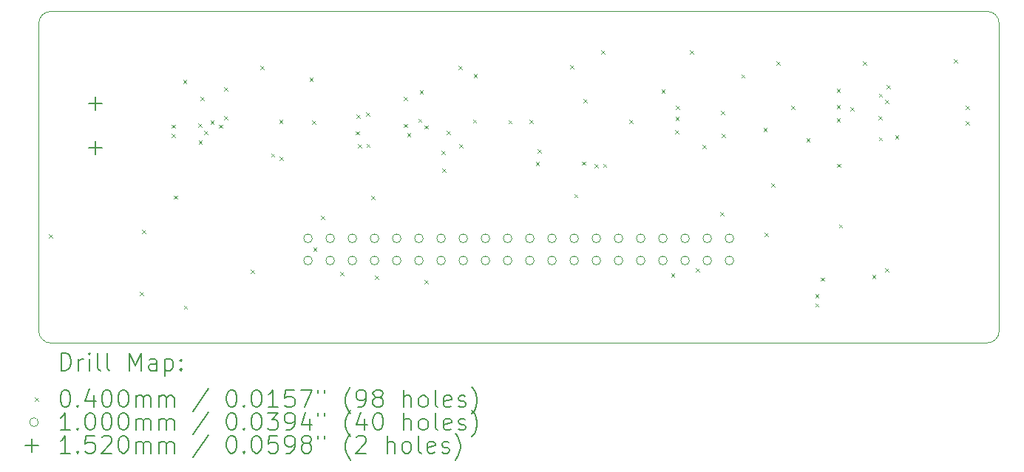
<source format=gbr>
%TF.GenerationSoftware,KiCad,Pcbnew,7.0.10*%
%TF.CreationDate,2024-01-06T13:18:43+01:00*%
%TF.ProjectId,p2000t-ram-expansion-board-smd,70323030-3074-42d7-9261-6d2d65787061,rev?*%
%TF.SameCoordinates,Original*%
%TF.FileFunction,Drillmap*%
%TF.FilePolarity,Positive*%
%FSLAX45Y45*%
G04 Gerber Fmt 4.5, Leading zero omitted, Abs format (unit mm)*
G04 Created by KiCad (PCBNEW 7.0.10) date 2024-01-06 13:18:43*
%MOMM*%
%LPD*%
G01*
G04 APERTURE LIST*
%ADD10C,0.100000*%
%ADD11C,0.200000*%
%ADD12C,0.152000*%
G04 APERTURE END LIST*
D10*
X2133600Y-5196840D02*
G75*
G03*
X1996440Y-5334000I0J-137160D01*
G01*
X2133600Y-8996680D02*
X12857480Y-8996680D01*
X12994640Y-5334000D02*
G75*
G03*
X12857480Y-5196840I-137160J0D01*
G01*
X12994640Y-8859520D02*
X12994640Y-5334000D01*
X12857480Y-8996680D02*
G75*
G03*
X12994640Y-8859520I0J137160D01*
G01*
X1996440Y-8859520D02*
X1996440Y-5334000D01*
X1996440Y-8859520D02*
G75*
G03*
X2133600Y-8996680I137160J0D01*
G01*
X12857480Y-5196840D02*
X2133600Y-5196840D01*
D11*
D10*
X2113600Y-7752400D02*
X2153600Y-7792400D01*
X2153600Y-7752400D02*
X2113600Y-7792400D01*
X3155000Y-8413690D02*
X3195000Y-8453690D01*
X3195000Y-8413690D02*
X3155000Y-8453690D01*
X3180400Y-7701600D02*
X3220400Y-7741600D01*
X3220400Y-7701600D02*
X3180400Y-7741600D01*
X3515970Y-6493760D02*
X3555970Y-6533760D01*
X3555970Y-6493760D02*
X3515970Y-6533760D01*
X3517470Y-6600640D02*
X3557470Y-6640640D01*
X3557470Y-6600640D02*
X3517470Y-6640640D01*
X3546100Y-7306370D02*
X3586100Y-7346370D01*
X3586100Y-7306370D02*
X3546100Y-7346370D01*
X3648360Y-5979150D02*
X3688360Y-6019150D01*
X3688360Y-5979150D02*
X3648360Y-6019150D01*
X3656590Y-8568410D02*
X3696590Y-8608410D01*
X3696590Y-8568410D02*
X3656590Y-8608410D01*
X3825570Y-6480500D02*
X3865570Y-6520500D01*
X3865570Y-6480500D02*
X3825570Y-6520500D01*
X3826120Y-6677000D02*
X3866120Y-6717000D01*
X3866120Y-6677000D02*
X3826120Y-6717000D01*
X3849630Y-6175550D02*
X3889630Y-6215550D01*
X3889630Y-6175550D02*
X3849630Y-6215550D01*
X3889870Y-6567000D02*
X3929870Y-6607000D01*
X3929870Y-6567000D02*
X3889870Y-6607000D01*
X3962770Y-6445910D02*
X4002770Y-6485910D01*
X4002770Y-6445910D02*
X3962770Y-6485910D01*
X4058720Y-6493880D02*
X4098720Y-6533880D01*
X4098720Y-6493880D02*
X4058720Y-6533880D01*
X4117810Y-6397460D02*
X4157810Y-6437460D01*
X4157810Y-6397460D02*
X4117810Y-6437460D01*
X4120150Y-6067730D02*
X4160150Y-6107730D01*
X4160150Y-6067730D02*
X4120150Y-6107730D01*
X4425430Y-8156420D02*
X4465430Y-8196420D01*
X4465430Y-8156420D02*
X4425430Y-8196420D01*
X4534480Y-5822000D02*
X4574480Y-5862000D01*
X4574480Y-5822000D02*
X4534480Y-5862000D01*
X4655770Y-6824460D02*
X4695770Y-6864460D01*
X4695770Y-6824460D02*
X4655770Y-6864460D01*
X4750330Y-6439170D02*
X4790330Y-6479170D01*
X4790330Y-6439170D02*
X4750330Y-6479170D01*
X4756600Y-6860120D02*
X4796600Y-6900120D01*
X4796600Y-6860120D02*
X4756600Y-6900120D01*
X5097400Y-5954600D02*
X5137400Y-5994600D01*
X5137400Y-5954600D02*
X5097400Y-5994600D01*
X5124130Y-6444630D02*
X5164130Y-6484630D01*
X5164130Y-6444630D02*
X5124130Y-6484630D01*
X5139300Y-7904800D02*
X5179300Y-7944800D01*
X5179300Y-7904800D02*
X5139300Y-7944800D01*
X5226730Y-7538890D02*
X5266730Y-7578890D01*
X5266730Y-7538890D02*
X5226730Y-7578890D01*
X5447990Y-8182570D02*
X5487990Y-8222570D01*
X5487990Y-8182570D02*
X5447990Y-8222570D01*
X5623870Y-6570980D02*
X5663870Y-6610980D01*
X5663870Y-6570980D02*
X5623870Y-6610980D01*
X5635280Y-6380880D02*
X5675280Y-6420880D01*
X5675280Y-6380880D02*
X5635280Y-6420880D01*
X5649420Y-6716050D02*
X5689420Y-6756050D01*
X5689420Y-6716050D02*
X5649420Y-6756050D01*
X5742680Y-6357240D02*
X5782680Y-6397240D01*
X5782680Y-6357240D02*
X5742680Y-6397240D01*
X5749460Y-6713510D02*
X5789460Y-6753510D01*
X5789460Y-6713510D02*
X5749460Y-6753510D01*
X5801090Y-7312470D02*
X5841090Y-7352470D01*
X5841090Y-7312470D02*
X5801090Y-7352470D01*
X5845820Y-8224020D02*
X5885820Y-8264020D01*
X5885820Y-8224020D02*
X5845820Y-8264020D01*
X6174540Y-6485130D02*
X6214540Y-6525130D01*
X6214540Y-6485130D02*
X6174540Y-6525130D01*
X6176780Y-6175890D02*
X6216780Y-6215890D01*
X6216780Y-6175890D02*
X6176780Y-6215890D01*
X6214770Y-6592020D02*
X6254770Y-6632020D01*
X6254770Y-6592020D02*
X6214770Y-6632020D01*
X6341440Y-6426820D02*
X6381440Y-6466820D01*
X6381440Y-6426820D02*
X6341440Y-6466820D01*
X6357930Y-6102310D02*
X6397930Y-6142310D01*
X6397930Y-6102310D02*
X6357930Y-6142310D01*
X6414560Y-8274730D02*
X6454560Y-8314730D01*
X6454560Y-8274730D02*
X6414560Y-8314730D01*
X6415490Y-6502220D02*
X6455490Y-6542220D01*
X6455490Y-6502220D02*
X6415490Y-6542220D01*
X6609010Y-6793710D02*
X6649010Y-6833710D01*
X6649010Y-6793710D02*
X6609010Y-6833710D01*
X6616630Y-6998060D02*
X6656630Y-7038060D01*
X6656630Y-6998060D02*
X6616630Y-7038060D01*
X6668400Y-6563990D02*
X6708400Y-6603990D01*
X6708400Y-6563990D02*
X6668400Y-6603990D01*
X6803200Y-5822000D02*
X6843200Y-5862000D01*
X6843200Y-5822000D02*
X6803200Y-5862000D01*
X6812420Y-6715970D02*
X6852420Y-6755970D01*
X6852420Y-6715970D02*
X6812420Y-6755970D01*
X6967710Y-6434900D02*
X7007710Y-6474900D01*
X7007710Y-6434900D02*
X6967710Y-6474900D01*
X6976390Y-5913210D02*
X7016390Y-5953210D01*
X7016390Y-5913210D02*
X6976390Y-5953210D01*
X7374860Y-6443580D02*
X7414860Y-6483580D01*
X7414860Y-6443580D02*
X7374860Y-6483580D01*
X7614110Y-6440980D02*
X7654110Y-6480980D01*
X7654110Y-6440980D02*
X7614110Y-6480980D01*
X7686740Y-6922410D02*
X7726740Y-6962410D01*
X7726740Y-6922410D02*
X7686740Y-6962410D01*
X7710130Y-6777340D02*
X7750130Y-6817340D01*
X7750130Y-6777340D02*
X7710130Y-6817340D01*
X8081380Y-5811020D02*
X8121380Y-5851020D01*
X8121380Y-5811020D02*
X8081380Y-5851020D01*
X8128590Y-7289140D02*
X8168590Y-7329140D01*
X8168590Y-7289140D02*
X8128590Y-7329140D01*
X8214260Y-6916650D02*
X8254260Y-6956650D01*
X8254260Y-6916650D02*
X8214260Y-6956650D01*
X8231690Y-6199570D02*
X8271690Y-6239570D01*
X8271690Y-6199570D02*
X8231690Y-6239570D01*
X8359330Y-6948360D02*
X8399330Y-6988360D01*
X8399330Y-6948360D02*
X8359330Y-6988360D01*
X8438200Y-5644200D02*
X8478200Y-5684200D01*
X8478200Y-5644200D02*
X8438200Y-5684200D01*
X8459370Y-6942420D02*
X8499370Y-6982420D01*
X8499370Y-6942420D02*
X8459370Y-6982420D01*
X8759010Y-6438010D02*
X8799010Y-6478010D01*
X8799010Y-6438010D02*
X8759010Y-6478010D01*
X9127560Y-6091410D02*
X9167560Y-6131410D01*
X9167560Y-6091410D02*
X9127560Y-6131410D01*
X9236680Y-8202500D02*
X9276680Y-8242500D01*
X9276680Y-8202500D02*
X9236680Y-8242500D01*
X9284810Y-6559890D02*
X9324810Y-6599890D01*
X9324810Y-6559890D02*
X9284810Y-6599890D01*
X9287720Y-6404520D02*
X9327720Y-6444520D01*
X9327720Y-6404520D02*
X9287720Y-6444520D01*
X9293360Y-6275190D02*
X9333360Y-6315190D01*
X9333360Y-6275190D02*
X9293360Y-6315190D01*
X9454200Y-5644200D02*
X9494200Y-5684200D01*
X9494200Y-5644200D02*
X9454200Y-5684200D01*
X9523170Y-8140550D02*
X9563170Y-8180550D01*
X9563170Y-8140550D02*
X9523170Y-8180550D01*
X9596840Y-6725910D02*
X9636840Y-6765910D01*
X9636840Y-6725910D02*
X9596840Y-6765910D01*
X9799320Y-7497690D02*
X9839320Y-7537690D01*
X9839320Y-7497690D02*
X9799320Y-7537690D01*
X9810690Y-6336710D02*
X9850690Y-6376710D01*
X9850690Y-6336710D02*
X9810690Y-6376710D01*
X9818780Y-6596830D02*
X9858780Y-6636830D01*
X9858780Y-6596830D02*
X9818780Y-6636830D01*
X10040930Y-5919250D02*
X10080930Y-5959250D01*
X10080930Y-5919250D02*
X10040930Y-5959250D01*
X10294760Y-6533500D02*
X10334760Y-6573500D01*
X10334760Y-6533500D02*
X10294760Y-6573500D01*
X10305910Y-7735750D02*
X10345910Y-7775750D01*
X10345910Y-7735750D02*
X10305910Y-7775750D01*
X10385590Y-7165910D02*
X10425590Y-7205910D01*
X10425590Y-7165910D02*
X10385590Y-7205910D01*
X10444800Y-5771200D02*
X10484800Y-5811200D01*
X10484800Y-5771200D02*
X10444800Y-5811200D01*
X10613280Y-6279500D02*
X10653280Y-6319500D01*
X10653280Y-6279500D02*
X10613280Y-6319500D01*
X10786360Y-6652310D02*
X10826360Y-6692310D01*
X10826360Y-6652310D02*
X10786360Y-6692310D01*
X10887140Y-8438860D02*
X10927140Y-8478860D01*
X10927140Y-8438860D02*
X10887140Y-8478860D01*
X10888190Y-8542940D02*
X10928190Y-8582940D01*
X10928190Y-8542940D02*
X10888190Y-8582940D01*
X10950990Y-8245530D02*
X10990990Y-8285530D01*
X10990990Y-8245530D02*
X10950990Y-8285530D01*
X11133140Y-6271960D02*
X11173140Y-6311960D01*
X11173140Y-6271960D02*
X11133140Y-6311960D01*
X11133610Y-6422720D02*
X11173610Y-6462720D01*
X11173610Y-6422720D02*
X11133610Y-6462720D01*
X11134010Y-6081860D02*
X11174010Y-6121860D01*
X11174010Y-6081860D02*
X11134010Y-6121860D01*
X11135150Y-6942750D02*
X11175150Y-6982750D01*
X11175150Y-6942750D02*
X11135150Y-6982750D01*
X11159870Y-7635830D02*
X11199870Y-7675830D01*
X11199870Y-7635830D02*
X11159870Y-7675830D01*
X11290300Y-6294480D02*
X11330300Y-6334480D01*
X11330300Y-6294480D02*
X11290300Y-6334480D01*
X11435400Y-5771200D02*
X11475400Y-5811200D01*
X11475400Y-5771200D02*
X11435400Y-5811200D01*
X11539070Y-8217970D02*
X11579070Y-8257970D01*
X11579070Y-8217970D02*
X11539070Y-8257970D01*
X11614190Y-6397070D02*
X11654190Y-6437070D01*
X11654190Y-6397070D02*
X11614190Y-6437070D01*
X11615520Y-6138260D02*
X11655520Y-6178260D01*
X11655520Y-6138260D02*
X11615520Y-6178260D01*
X11615700Y-6636900D02*
X11655700Y-6676900D01*
X11655700Y-6636900D02*
X11615700Y-6676900D01*
X11689140Y-6209800D02*
X11729140Y-6249800D01*
X11729140Y-6209800D02*
X11689140Y-6249800D01*
X11689410Y-8141730D02*
X11729410Y-8181730D01*
X11729410Y-8141730D02*
X11689410Y-8181730D01*
X11704860Y-6039880D02*
X11744860Y-6079880D01*
X11744860Y-6039880D02*
X11704860Y-6079880D01*
X11802320Y-6617080D02*
X11842320Y-6657080D01*
X11842320Y-6617080D02*
X11802320Y-6657080D01*
X12476800Y-5745800D02*
X12516800Y-5785800D01*
X12516800Y-5745800D02*
X12476800Y-5785800D01*
X12612200Y-6458170D02*
X12652200Y-6498170D01*
X12652200Y-6458170D02*
X12612200Y-6498170D01*
X12614200Y-6279500D02*
X12654200Y-6319500D01*
X12654200Y-6279500D02*
X12614200Y-6319500D01*
X5129500Y-7797800D02*
G75*
G03*
X5029500Y-7797800I-50000J0D01*
G01*
X5029500Y-7797800D02*
G75*
G03*
X5129500Y-7797800I50000J0D01*
G01*
X5129500Y-8051800D02*
G75*
G03*
X5029500Y-8051800I-50000J0D01*
G01*
X5029500Y-8051800D02*
G75*
G03*
X5129500Y-8051800I50000J0D01*
G01*
X5383500Y-7797800D02*
G75*
G03*
X5283500Y-7797800I-50000J0D01*
G01*
X5283500Y-7797800D02*
G75*
G03*
X5383500Y-7797800I50000J0D01*
G01*
X5383500Y-8051800D02*
G75*
G03*
X5283500Y-8051800I-50000J0D01*
G01*
X5283500Y-8051800D02*
G75*
G03*
X5383500Y-8051800I50000J0D01*
G01*
X5637500Y-7797800D02*
G75*
G03*
X5537500Y-7797800I-50000J0D01*
G01*
X5537500Y-7797800D02*
G75*
G03*
X5637500Y-7797800I50000J0D01*
G01*
X5637500Y-8051800D02*
G75*
G03*
X5537500Y-8051800I-50000J0D01*
G01*
X5537500Y-8051800D02*
G75*
G03*
X5637500Y-8051800I50000J0D01*
G01*
X5891500Y-7797800D02*
G75*
G03*
X5791500Y-7797800I-50000J0D01*
G01*
X5791500Y-7797800D02*
G75*
G03*
X5891500Y-7797800I50000J0D01*
G01*
X5891500Y-8051800D02*
G75*
G03*
X5791500Y-8051800I-50000J0D01*
G01*
X5791500Y-8051800D02*
G75*
G03*
X5891500Y-8051800I50000J0D01*
G01*
X6145500Y-7797800D02*
G75*
G03*
X6045500Y-7797800I-50000J0D01*
G01*
X6045500Y-7797800D02*
G75*
G03*
X6145500Y-7797800I50000J0D01*
G01*
X6145500Y-8051800D02*
G75*
G03*
X6045500Y-8051800I-50000J0D01*
G01*
X6045500Y-8051800D02*
G75*
G03*
X6145500Y-8051800I50000J0D01*
G01*
X6399500Y-7797800D02*
G75*
G03*
X6299500Y-7797800I-50000J0D01*
G01*
X6299500Y-7797800D02*
G75*
G03*
X6399500Y-7797800I50000J0D01*
G01*
X6399500Y-8051800D02*
G75*
G03*
X6299500Y-8051800I-50000J0D01*
G01*
X6299500Y-8051800D02*
G75*
G03*
X6399500Y-8051800I50000J0D01*
G01*
X6653500Y-7797800D02*
G75*
G03*
X6553500Y-7797800I-50000J0D01*
G01*
X6553500Y-7797800D02*
G75*
G03*
X6653500Y-7797800I50000J0D01*
G01*
X6653500Y-8051800D02*
G75*
G03*
X6553500Y-8051800I-50000J0D01*
G01*
X6553500Y-8051800D02*
G75*
G03*
X6653500Y-8051800I50000J0D01*
G01*
X6907500Y-7797800D02*
G75*
G03*
X6807500Y-7797800I-50000J0D01*
G01*
X6807500Y-7797800D02*
G75*
G03*
X6907500Y-7797800I50000J0D01*
G01*
X6907500Y-8051800D02*
G75*
G03*
X6807500Y-8051800I-50000J0D01*
G01*
X6807500Y-8051800D02*
G75*
G03*
X6907500Y-8051800I50000J0D01*
G01*
X7161500Y-7797800D02*
G75*
G03*
X7061500Y-7797800I-50000J0D01*
G01*
X7061500Y-7797800D02*
G75*
G03*
X7161500Y-7797800I50000J0D01*
G01*
X7161500Y-8051800D02*
G75*
G03*
X7061500Y-8051800I-50000J0D01*
G01*
X7061500Y-8051800D02*
G75*
G03*
X7161500Y-8051800I50000J0D01*
G01*
X7415500Y-7797800D02*
G75*
G03*
X7315500Y-7797800I-50000J0D01*
G01*
X7315500Y-7797800D02*
G75*
G03*
X7415500Y-7797800I50000J0D01*
G01*
X7415500Y-8051800D02*
G75*
G03*
X7315500Y-8051800I-50000J0D01*
G01*
X7315500Y-8051800D02*
G75*
G03*
X7415500Y-8051800I50000J0D01*
G01*
X7669500Y-7797800D02*
G75*
G03*
X7569500Y-7797800I-50000J0D01*
G01*
X7569500Y-7797800D02*
G75*
G03*
X7669500Y-7797800I50000J0D01*
G01*
X7669500Y-8051800D02*
G75*
G03*
X7569500Y-8051800I-50000J0D01*
G01*
X7569500Y-8051800D02*
G75*
G03*
X7669500Y-8051800I50000J0D01*
G01*
X7923500Y-7797800D02*
G75*
G03*
X7823500Y-7797800I-50000J0D01*
G01*
X7823500Y-7797800D02*
G75*
G03*
X7923500Y-7797800I50000J0D01*
G01*
X7923500Y-8051800D02*
G75*
G03*
X7823500Y-8051800I-50000J0D01*
G01*
X7823500Y-8051800D02*
G75*
G03*
X7923500Y-8051800I50000J0D01*
G01*
X8177500Y-7797800D02*
G75*
G03*
X8077500Y-7797800I-50000J0D01*
G01*
X8077500Y-7797800D02*
G75*
G03*
X8177500Y-7797800I50000J0D01*
G01*
X8177500Y-8051800D02*
G75*
G03*
X8077500Y-8051800I-50000J0D01*
G01*
X8077500Y-8051800D02*
G75*
G03*
X8177500Y-8051800I50000J0D01*
G01*
X8431500Y-7797800D02*
G75*
G03*
X8331500Y-7797800I-50000J0D01*
G01*
X8331500Y-7797800D02*
G75*
G03*
X8431500Y-7797800I50000J0D01*
G01*
X8431500Y-8051800D02*
G75*
G03*
X8331500Y-8051800I-50000J0D01*
G01*
X8331500Y-8051800D02*
G75*
G03*
X8431500Y-8051800I50000J0D01*
G01*
X8685500Y-7797800D02*
G75*
G03*
X8585500Y-7797800I-50000J0D01*
G01*
X8585500Y-7797800D02*
G75*
G03*
X8685500Y-7797800I50000J0D01*
G01*
X8685500Y-8051800D02*
G75*
G03*
X8585500Y-8051800I-50000J0D01*
G01*
X8585500Y-8051800D02*
G75*
G03*
X8685500Y-8051800I50000J0D01*
G01*
X8939500Y-7797800D02*
G75*
G03*
X8839500Y-7797800I-50000J0D01*
G01*
X8839500Y-7797800D02*
G75*
G03*
X8939500Y-7797800I50000J0D01*
G01*
X8939500Y-8051800D02*
G75*
G03*
X8839500Y-8051800I-50000J0D01*
G01*
X8839500Y-8051800D02*
G75*
G03*
X8939500Y-8051800I50000J0D01*
G01*
X9193500Y-7797800D02*
G75*
G03*
X9093500Y-7797800I-50000J0D01*
G01*
X9093500Y-7797800D02*
G75*
G03*
X9193500Y-7797800I50000J0D01*
G01*
X9193500Y-8051800D02*
G75*
G03*
X9093500Y-8051800I-50000J0D01*
G01*
X9093500Y-8051800D02*
G75*
G03*
X9193500Y-8051800I50000J0D01*
G01*
X9447500Y-7797800D02*
G75*
G03*
X9347500Y-7797800I-50000J0D01*
G01*
X9347500Y-7797800D02*
G75*
G03*
X9447500Y-7797800I50000J0D01*
G01*
X9447500Y-8051800D02*
G75*
G03*
X9347500Y-8051800I-50000J0D01*
G01*
X9347500Y-8051800D02*
G75*
G03*
X9447500Y-8051800I50000J0D01*
G01*
X9701500Y-7797800D02*
G75*
G03*
X9601500Y-7797800I-50000J0D01*
G01*
X9601500Y-7797800D02*
G75*
G03*
X9701500Y-7797800I50000J0D01*
G01*
X9701500Y-8051800D02*
G75*
G03*
X9601500Y-8051800I-50000J0D01*
G01*
X9601500Y-8051800D02*
G75*
G03*
X9701500Y-8051800I50000J0D01*
G01*
X9955500Y-7797800D02*
G75*
G03*
X9855500Y-7797800I-50000J0D01*
G01*
X9855500Y-7797800D02*
G75*
G03*
X9955500Y-7797800I50000J0D01*
G01*
X9955500Y-8051800D02*
G75*
G03*
X9855500Y-8051800I-50000J0D01*
G01*
X9855500Y-8051800D02*
G75*
G03*
X9955500Y-8051800I50000J0D01*
G01*
D12*
X2641600Y-6172400D02*
X2641600Y-6324400D01*
X2565600Y-6248400D02*
X2717600Y-6248400D01*
X2641600Y-6680400D02*
X2641600Y-6832400D01*
X2565600Y-6756400D02*
X2717600Y-6756400D01*
D11*
X2252217Y-9313164D02*
X2252217Y-9113164D01*
X2252217Y-9113164D02*
X2299836Y-9113164D01*
X2299836Y-9113164D02*
X2328407Y-9122688D01*
X2328407Y-9122688D02*
X2347455Y-9141735D01*
X2347455Y-9141735D02*
X2356979Y-9160783D01*
X2356979Y-9160783D02*
X2366503Y-9198878D01*
X2366503Y-9198878D02*
X2366503Y-9227450D01*
X2366503Y-9227450D02*
X2356979Y-9265545D01*
X2356979Y-9265545D02*
X2347455Y-9284592D01*
X2347455Y-9284592D02*
X2328407Y-9303640D01*
X2328407Y-9303640D02*
X2299836Y-9313164D01*
X2299836Y-9313164D02*
X2252217Y-9313164D01*
X2452217Y-9313164D02*
X2452217Y-9179830D01*
X2452217Y-9217926D02*
X2461741Y-9198878D01*
X2461741Y-9198878D02*
X2471264Y-9189354D01*
X2471264Y-9189354D02*
X2490312Y-9179830D01*
X2490312Y-9179830D02*
X2509360Y-9179830D01*
X2576026Y-9313164D02*
X2576026Y-9179830D01*
X2576026Y-9113164D02*
X2566503Y-9122688D01*
X2566503Y-9122688D02*
X2576026Y-9132211D01*
X2576026Y-9132211D02*
X2585550Y-9122688D01*
X2585550Y-9122688D02*
X2576026Y-9113164D01*
X2576026Y-9113164D02*
X2576026Y-9132211D01*
X2699836Y-9313164D02*
X2680788Y-9303640D01*
X2680788Y-9303640D02*
X2671264Y-9284592D01*
X2671264Y-9284592D02*
X2671264Y-9113164D01*
X2804598Y-9313164D02*
X2785550Y-9303640D01*
X2785550Y-9303640D02*
X2776026Y-9284592D01*
X2776026Y-9284592D02*
X2776026Y-9113164D01*
X3033169Y-9313164D02*
X3033169Y-9113164D01*
X3033169Y-9113164D02*
X3099836Y-9256021D01*
X3099836Y-9256021D02*
X3166502Y-9113164D01*
X3166502Y-9113164D02*
X3166502Y-9313164D01*
X3347455Y-9313164D02*
X3347455Y-9208402D01*
X3347455Y-9208402D02*
X3337931Y-9189354D01*
X3337931Y-9189354D02*
X3318883Y-9179830D01*
X3318883Y-9179830D02*
X3280788Y-9179830D01*
X3280788Y-9179830D02*
X3261741Y-9189354D01*
X3347455Y-9303640D02*
X3328407Y-9313164D01*
X3328407Y-9313164D02*
X3280788Y-9313164D01*
X3280788Y-9313164D02*
X3261741Y-9303640D01*
X3261741Y-9303640D02*
X3252217Y-9284592D01*
X3252217Y-9284592D02*
X3252217Y-9265545D01*
X3252217Y-9265545D02*
X3261741Y-9246497D01*
X3261741Y-9246497D02*
X3280788Y-9236973D01*
X3280788Y-9236973D02*
X3328407Y-9236973D01*
X3328407Y-9236973D02*
X3347455Y-9227450D01*
X3442693Y-9179830D02*
X3442693Y-9379830D01*
X3442693Y-9189354D02*
X3461741Y-9179830D01*
X3461741Y-9179830D02*
X3499836Y-9179830D01*
X3499836Y-9179830D02*
X3518883Y-9189354D01*
X3518883Y-9189354D02*
X3528407Y-9198878D01*
X3528407Y-9198878D02*
X3537931Y-9217926D01*
X3537931Y-9217926D02*
X3537931Y-9275069D01*
X3537931Y-9275069D02*
X3528407Y-9294116D01*
X3528407Y-9294116D02*
X3518883Y-9303640D01*
X3518883Y-9303640D02*
X3499836Y-9313164D01*
X3499836Y-9313164D02*
X3461741Y-9313164D01*
X3461741Y-9313164D02*
X3442693Y-9303640D01*
X3623645Y-9294116D02*
X3633169Y-9303640D01*
X3633169Y-9303640D02*
X3623645Y-9313164D01*
X3623645Y-9313164D02*
X3614122Y-9303640D01*
X3614122Y-9303640D02*
X3623645Y-9294116D01*
X3623645Y-9294116D02*
X3623645Y-9313164D01*
X3623645Y-9189354D02*
X3633169Y-9198878D01*
X3633169Y-9198878D02*
X3623645Y-9208402D01*
X3623645Y-9208402D02*
X3614122Y-9198878D01*
X3614122Y-9198878D02*
X3623645Y-9189354D01*
X3623645Y-9189354D02*
X3623645Y-9208402D01*
D10*
X1951440Y-9621680D02*
X1991440Y-9661680D01*
X1991440Y-9621680D02*
X1951440Y-9661680D01*
D11*
X2290312Y-9533164D02*
X2309360Y-9533164D01*
X2309360Y-9533164D02*
X2328407Y-9542688D01*
X2328407Y-9542688D02*
X2337931Y-9552211D01*
X2337931Y-9552211D02*
X2347455Y-9571259D01*
X2347455Y-9571259D02*
X2356979Y-9609354D01*
X2356979Y-9609354D02*
X2356979Y-9656973D01*
X2356979Y-9656973D02*
X2347455Y-9695069D01*
X2347455Y-9695069D02*
X2337931Y-9714116D01*
X2337931Y-9714116D02*
X2328407Y-9723640D01*
X2328407Y-9723640D02*
X2309360Y-9733164D01*
X2309360Y-9733164D02*
X2290312Y-9733164D01*
X2290312Y-9733164D02*
X2271264Y-9723640D01*
X2271264Y-9723640D02*
X2261741Y-9714116D01*
X2261741Y-9714116D02*
X2252217Y-9695069D01*
X2252217Y-9695069D02*
X2242693Y-9656973D01*
X2242693Y-9656973D02*
X2242693Y-9609354D01*
X2242693Y-9609354D02*
X2252217Y-9571259D01*
X2252217Y-9571259D02*
X2261741Y-9552211D01*
X2261741Y-9552211D02*
X2271264Y-9542688D01*
X2271264Y-9542688D02*
X2290312Y-9533164D01*
X2442693Y-9714116D02*
X2452217Y-9723640D01*
X2452217Y-9723640D02*
X2442693Y-9733164D01*
X2442693Y-9733164D02*
X2433169Y-9723640D01*
X2433169Y-9723640D02*
X2442693Y-9714116D01*
X2442693Y-9714116D02*
X2442693Y-9733164D01*
X2623645Y-9599830D02*
X2623645Y-9733164D01*
X2576026Y-9523640D02*
X2528407Y-9666497D01*
X2528407Y-9666497D02*
X2652217Y-9666497D01*
X2766503Y-9533164D02*
X2785550Y-9533164D01*
X2785550Y-9533164D02*
X2804598Y-9542688D01*
X2804598Y-9542688D02*
X2814122Y-9552211D01*
X2814122Y-9552211D02*
X2823645Y-9571259D01*
X2823645Y-9571259D02*
X2833169Y-9609354D01*
X2833169Y-9609354D02*
X2833169Y-9656973D01*
X2833169Y-9656973D02*
X2823645Y-9695069D01*
X2823645Y-9695069D02*
X2814122Y-9714116D01*
X2814122Y-9714116D02*
X2804598Y-9723640D01*
X2804598Y-9723640D02*
X2785550Y-9733164D01*
X2785550Y-9733164D02*
X2766503Y-9733164D01*
X2766503Y-9733164D02*
X2747455Y-9723640D01*
X2747455Y-9723640D02*
X2737931Y-9714116D01*
X2737931Y-9714116D02*
X2728407Y-9695069D01*
X2728407Y-9695069D02*
X2718884Y-9656973D01*
X2718884Y-9656973D02*
X2718884Y-9609354D01*
X2718884Y-9609354D02*
X2728407Y-9571259D01*
X2728407Y-9571259D02*
X2737931Y-9552211D01*
X2737931Y-9552211D02*
X2747455Y-9542688D01*
X2747455Y-9542688D02*
X2766503Y-9533164D01*
X2956979Y-9533164D02*
X2976026Y-9533164D01*
X2976026Y-9533164D02*
X2995074Y-9542688D01*
X2995074Y-9542688D02*
X3004598Y-9552211D01*
X3004598Y-9552211D02*
X3014122Y-9571259D01*
X3014122Y-9571259D02*
X3023645Y-9609354D01*
X3023645Y-9609354D02*
X3023645Y-9656973D01*
X3023645Y-9656973D02*
X3014122Y-9695069D01*
X3014122Y-9695069D02*
X3004598Y-9714116D01*
X3004598Y-9714116D02*
X2995074Y-9723640D01*
X2995074Y-9723640D02*
X2976026Y-9733164D01*
X2976026Y-9733164D02*
X2956979Y-9733164D01*
X2956979Y-9733164D02*
X2937931Y-9723640D01*
X2937931Y-9723640D02*
X2928407Y-9714116D01*
X2928407Y-9714116D02*
X2918883Y-9695069D01*
X2918883Y-9695069D02*
X2909360Y-9656973D01*
X2909360Y-9656973D02*
X2909360Y-9609354D01*
X2909360Y-9609354D02*
X2918883Y-9571259D01*
X2918883Y-9571259D02*
X2928407Y-9552211D01*
X2928407Y-9552211D02*
X2937931Y-9542688D01*
X2937931Y-9542688D02*
X2956979Y-9533164D01*
X3109360Y-9733164D02*
X3109360Y-9599830D01*
X3109360Y-9618878D02*
X3118883Y-9609354D01*
X3118883Y-9609354D02*
X3137931Y-9599830D01*
X3137931Y-9599830D02*
X3166503Y-9599830D01*
X3166503Y-9599830D02*
X3185550Y-9609354D01*
X3185550Y-9609354D02*
X3195074Y-9628402D01*
X3195074Y-9628402D02*
X3195074Y-9733164D01*
X3195074Y-9628402D02*
X3204598Y-9609354D01*
X3204598Y-9609354D02*
X3223645Y-9599830D01*
X3223645Y-9599830D02*
X3252217Y-9599830D01*
X3252217Y-9599830D02*
X3271264Y-9609354D01*
X3271264Y-9609354D02*
X3280788Y-9628402D01*
X3280788Y-9628402D02*
X3280788Y-9733164D01*
X3376026Y-9733164D02*
X3376026Y-9599830D01*
X3376026Y-9618878D02*
X3385550Y-9609354D01*
X3385550Y-9609354D02*
X3404598Y-9599830D01*
X3404598Y-9599830D02*
X3433169Y-9599830D01*
X3433169Y-9599830D02*
X3452217Y-9609354D01*
X3452217Y-9609354D02*
X3461741Y-9628402D01*
X3461741Y-9628402D02*
X3461741Y-9733164D01*
X3461741Y-9628402D02*
X3471264Y-9609354D01*
X3471264Y-9609354D02*
X3490312Y-9599830D01*
X3490312Y-9599830D02*
X3518883Y-9599830D01*
X3518883Y-9599830D02*
X3537931Y-9609354D01*
X3537931Y-9609354D02*
X3547455Y-9628402D01*
X3547455Y-9628402D02*
X3547455Y-9733164D01*
X3937931Y-9523640D02*
X3766503Y-9780783D01*
X4195074Y-9533164D02*
X4214122Y-9533164D01*
X4214122Y-9533164D02*
X4233169Y-9542688D01*
X4233169Y-9542688D02*
X4242693Y-9552211D01*
X4242693Y-9552211D02*
X4252217Y-9571259D01*
X4252217Y-9571259D02*
X4261741Y-9609354D01*
X4261741Y-9609354D02*
X4261741Y-9656973D01*
X4261741Y-9656973D02*
X4252217Y-9695069D01*
X4252217Y-9695069D02*
X4242693Y-9714116D01*
X4242693Y-9714116D02*
X4233169Y-9723640D01*
X4233169Y-9723640D02*
X4214122Y-9733164D01*
X4214122Y-9733164D02*
X4195074Y-9733164D01*
X4195074Y-9733164D02*
X4176026Y-9723640D01*
X4176026Y-9723640D02*
X4166503Y-9714116D01*
X4166503Y-9714116D02*
X4156979Y-9695069D01*
X4156979Y-9695069D02*
X4147455Y-9656973D01*
X4147455Y-9656973D02*
X4147455Y-9609354D01*
X4147455Y-9609354D02*
X4156979Y-9571259D01*
X4156979Y-9571259D02*
X4166503Y-9552211D01*
X4166503Y-9552211D02*
X4176026Y-9542688D01*
X4176026Y-9542688D02*
X4195074Y-9533164D01*
X4347455Y-9714116D02*
X4356979Y-9723640D01*
X4356979Y-9723640D02*
X4347455Y-9733164D01*
X4347455Y-9733164D02*
X4337931Y-9723640D01*
X4337931Y-9723640D02*
X4347455Y-9714116D01*
X4347455Y-9714116D02*
X4347455Y-9733164D01*
X4480788Y-9533164D02*
X4499836Y-9533164D01*
X4499836Y-9533164D02*
X4518884Y-9542688D01*
X4518884Y-9542688D02*
X4528408Y-9552211D01*
X4528408Y-9552211D02*
X4537931Y-9571259D01*
X4537931Y-9571259D02*
X4547455Y-9609354D01*
X4547455Y-9609354D02*
X4547455Y-9656973D01*
X4547455Y-9656973D02*
X4537931Y-9695069D01*
X4537931Y-9695069D02*
X4528408Y-9714116D01*
X4528408Y-9714116D02*
X4518884Y-9723640D01*
X4518884Y-9723640D02*
X4499836Y-9733164D01*
X4499836Y-9733164D02*
X4480788Y-9733164D01*
X4480788Y-9733164D02*
X4461741Y-9723640D01*
X4461741Y-9723640D02*
X4452217Y-9714116D01*
X4452217Y-9714116D02*
X4442693Y-9695069D01*
X4442693Y-9695069D02*
X4433169Y-9656973D01*
X4433169Y-9656973D02*
X4433169Y-9609354D01*
X4433169Y-9609354D02*
X4442693Y-9571259D01*
X4442693Y-9571259D02*
X4452217Y-9552211D01*
X4452217Y-9552211D02*
X4461741Y-9542688D01*
X4461741Y-9542688D02*
X4480788Y-9533164D01*
X4737931Y-9733164D02*
X4623646Y-9733164D01*
X4680788Y-9733164D02*
X4680788Y-9533164D01*
X4680788Y-9533164D02*
X4661741Y-9561735D01*
X4661741Y-9561735D02*
X4642693Y-9580783D01*
X4642693Y-9580783D02*
X4623646Y-9590307D01*
X4918884Y-9533164D02*
X4823646Y-9533164D01*
X4823646Y-9533164D02*
X4814122Y-9628402D01*
X4814122Y-9628402D02*
X4823646Y-9618878D01*
X4823646Y-9618878D02*
X4842693Y-9609354D01*
X4842693Y-9609354D02*
X4890312Y-9609354D01*
X4890312Y-9609354D02*
X4909360Y-9618878D01*
X4909360Y-9618878D02*
X4918884Y-9628402D01*
X4918884Y-9628402D02*
X4928408Y-9647450D01*
X4928408Y-9647450D02*
X4928408Y-9695069D01*
X4928408Y-9695069D02*
X4918884Y-9714116D01*
X4918884Y-9714116D02*
X4909360Y-9723640D01*
X4909360Y-9723640D02*
X4890312Y-9733164D01*
X4890312Y-9733164D02*
X4842693Y-9733164D01*
X4842693Y-9733164D02*
X4823646Y-9723640D01*
X4823646Y-9723640D02*
X4814122Y-9714116D01*
X4995074Y-9533164D02*
X5128408Y-9533164D01*
X5128408Y-9533164D02*
X5042693Y-9733164D01*
X5195074Y-9533164D02*
X5195074Y-9571259D01*
X5271265Y-9533164D02*
X5271265Y-9571259D01*
X5566503Y-9809354D02*
X5556979Y-9799830D01*
X5556979Y-9799830D02*
X5537931Y-9771259D01*
X5537931Y-9771259D02*
X5528408Y-9752211D01*
X5528408Y-9752211D02*
X5518884Y-9723640D01*
X5518884Y-9723640D02*
X5509360Y-9676021D01*
X5509360Y-9676021D02*
X5509360Y-9637926D01*
X5509360Y-9637926D02*
X5518884Y-9590307D01*
X5518884Y-9590307D02*
X5528408Y-9561735D01*
X5528408Y-9561735D02*
X5537931Y-9542688D01*
X5537931Y-9542688D02*
X5556979Y-9514116D01*
X5556979Y-9514116D02*
X5566503Y-9504592D01*
X5652217Y-9733164D02*
X5690312Y-9733164D01*
X5690312Y-9733164D02*
X5709360Y-9723640D01*
X5709360Y-9723640D02*
X5718884Y-9714116D01*
X5718884Y-9714116D02*
X5737931Y-9685545D01*
X5737931Y-9685545D02*
X5747455Y-9647450D01*
X5747455Y-9647450D02*
X5747455Y-9571259D01*
X5747455Y-9571259D02*
X5737931Y-9552211D01*
X5737931Y-9552211D02*
X5728408Y-9542688D01*
X5728408Y-9542688D02*
X5709360Y-9533164D01*
X5709360Y-9533164D02*
X5671265Y-9533164D01*
X5671265Y-9533164D02*
X5652217Y-9542688D01*
X5652217Y-9542688D02*
X5642693Y-9552211D01*
X5642693Y-9552211D02*
X5633169Y-9571259D01*
X5633169Y-9571259D02*
X5633169Y-9618878D01*
X5633169Y-9618878D02*
X5642693Y-9637926D01*
X5642693Y-9637926D02*
X5652217Y-9647450D01*
X5652217Y-9647450D02*
X5671265Y-9656973D01*
X5671265Y-9656973D02*
X5709360Y-9656973D01*
X5709360Y-9656973D02*
X5728408Y-9647450D01*
X5728408Y-9647450D02*
X5737931Y-9637926D01*
X5737931Y-9637926D02*
X5747455Y-9618878D01*
X5861741Y-9618878D02*
X5842693Y-9609354D01*
X5842693Y-9609354D02*
X5833169Y-9599830D01*
X5833169Y-9599830D02*
X5823646Y-9580783D01*
X5823646Y-9580783D02*
X5823646Y-9571259D01*
X5823646Y-9571259D02*
X5833169Y-9552211D01*
X5833169Y-9552211D02*
X5842693Y-9542688D01*
X5842693Y-9542688D02*
X5861741Y-9533164D01*
X5861741Y-9533164D02*
X5899836Y-9533164D01*
X5899836Y-9533164D02*
X5918884Y-9542688D01*
X5918884Y-9542688D02*
X5928408Y-9552211D01*
X5928408Y-9552211D02*
X5937931Y-9571259D01*
X5937931Y-9571259D02*
X5937931Y-9580783D01*
X5937931Y-9580783D02*
X5928408Y-9599830D01*
X5928408Y-9599830D02*
X5918884Y-9609354D01*
X5918884Y-9609354D02*
X5899836Y-9618878D01*
X5899836Y-9618878D02*
X5861741Y-9618878D01*
X5861741Y-9618878D02*
X5842693Y-9628402D01*
X5842693Y-9628402D02*
X5833169Y-9637926D01*
X5833169Y-9637926D02*
X5823646Y-9656973D01*
X5823646Y-9656973D02*
X5823646Y-9695069D01*
X5823646Y-9695069D02*
X5833169Y-9714116D01*
X5833169Y-9714116D02*
X5842693Y-9723640D01*
X5842693Y-9723640D02*
X5861741Y-9733164D01*
X5861741Y-9733164D02*
X5899836Y-9733164D01*
X5899836Y-9733164D02*
X5918884Y-9723640D01*
X5918884Y-9723640D02*
X5928408Y-9714116D01*
X5928408Y-9714116D02*
X5937931Y-9695069D01*
X5937931Y-9695069D02*
X5937931Y-9656973D01*
X5937931Y-9656973D02*
X5928408Y-9637926D01*
X5928408Y-9637926D02*
X5918884Y-9628402D01*
X5918884Y-9628402D02*
X5899836Y-9618878D01*
X6176027Y-9733164D02*
X6176027Y-9533164D01*
X6261741Y-9733164D02*
X6261741Y-9628402D01*
X6261741Y-9628402D02*
X6252217Y-9609354D01*
X6252217Y-9609354D02*
X6233170Y-9599830D01*
X6233170Y-9599830D02*
X6204598Y-9599830D01*
X6204598Y-9599830D02*
X6185550Y-9609354D01*
X6185550Y-9609354D02*
X6176027Y-9618878D01*
X6385550Y-9733164D02*
X6366503Y-9723640D01*
X6366503Y-9723640D02*
X6356979Y-9714116D01*
X6356979Y-9714116D02*
X6347455Y-9695069D01*
X6347455Y-9695069D02*
X6347455Y-9637926D01*
X6347455Y-9637926D02*
X6356979Y-9618878D01*
X6356979Y-9618878D02*
X6366503Y-9609354D01*
X6366503Y-9609354D02*
X6385550Y-9599830D01*
X6385550Y-9599830D02*
X6414122Y-9599830D01*
X6414122Y-9599830D02*
X6433170Y-9609354D01*
X6433170Y-9609354D02*
X6442693Y-9618878D01*
X6442693Y-9618878D02*
X6452217Y-9637926D01*
X6452217Y-9637926D02*
X6452217Y-9695069D01*
X6452217Y-9695069D02*
X6442693Y-9714116D01*
X6442693Y-9714116D02*
X6433170Y-9723640D01*
X6433170Y-9723640D02*
X6414122Y-9733164D01*
X6414122Y-9733164D02*
X6385550Y-9733164D01*
X6566503Y-9733164D02*
X6547455Y-9723640D01*
X6547455Y-9723640D02*
X6537931Y-9704592D01*
X6537931Y-9704592D02*
X6537931Y-9533164D01*
X6718884Y-9723640D02*
X6699836Y-9733164D01*
X6699836Y-9733164D02*
X6661741Y-9733164D01*
X6661741Y-9733164D02*
X6642693Y-9723640D01*
X6642693Y-9723640D02*
X6633170Y-9704592D01*
X6633170Y-9704592D02*
X6633170Y-9628402D01*
X6633170Y-9628402D02*
X6642693Y-9609354D01*
X6642693Y-9609354D02*
X6661741Y-9599830D01*
X6661741Y-9599830D02*
X6699836Y-9599830D01*
X6699836Y-9599830D02*
X6718884Y-9609354D01*
X6718884Y-9609354D02*
X6728408Y-9628402D01*
X6728408Y-9628402D02*
X6728408Y-9647450D01*
X6728408Y-9647450D02*
X6633170Y-9666497D01*
X6804598Y-9723640D02*
X6823646Y-9733164D01*
X6823646Y-9733164D02*
X6861741Y-9733164D01*
X6861741Y-9733164D02*
X6880789Y-9723640D01*
X6880789Y-9723640D02*
X6890312Y-9704592D01*
X6890312Y-9704592D02*
X6890312Y-9695069D01*
X6890312Y-9695069D02*
X6880789Y-9676021D01*
X6880789Y-9676021D02*
X6861741Y-9666497D01*
X6861741Y-9666497D02*
X6833170Y-9666497D01*
X6833170Y-9666497D02*
X6814122Y-9656973D01*
X6814122Y-9656973D02*
X6804598Y-9637926D01*
X6804598Y-9637926D02*
X6804598Y-9628402D01*
X6804598Y-9628402D02*
X6814122Y-9609354D01*
X6814122Y-9609354D02*
X6833170Y-9599830D01*
X6833170Y-9599830D02*
X6861741Y-9599830D01*
X6861741Y-9599830D02*
X6880789Y-9609354D01*
X6956979Y-9809354D02*
X6966503Y-9799830D01*
X6966503Y-9799830D02*
X6985551Y-9771259D01*
X6985551Y-9771259D02*
X6995074Y-9752211D01*
X6995074Y-9752211D02*
X7004598Y-9723640D01*
X7004598Y-9723640D02*
X7014122Y-9676021D01*
X7014122Y-9676021D02*
X7014122Y-9637926D01*
X7014122Y-9637926D02*
X7004598Y-9590307D01*
X7004598Y-9590307D02*
X6995074Y-9561735D01*
X6995074Y-9561735D02*
X6985551Y-9542688D01*
X6985551Y-9542688D02*
X6966503Y-9514116D01*
X6966503Y-9514116D02*
X6956979Y-9504592D01*
D10*
X1991440Y-9905680D02*
G75*
G03*
X1891440Y-9905680I-50000J0D01*
G01*
X1891440Y-9905680D02*
G75*
G03*
X1991440Y-9905680I50000J0D01*
G01*
D11*
X2356979Y-9997164D02*
X2242693Y-9997164D01*
X2299836Y-9997164D02*
X2299836Y-9797164D01*
X2299836Y-9797164D02*
X2280788Y-9825735D01*
X2280788Y-9825735D02*
X2261741Y-9844783D01*
X2261741Y-9844783D02*
X2242693Y-9854307D01*
X2442693Y-9978116D02*
X2452217Y-9987640D01*
X2452217Y-9987640D02*
X2442693Y-9997164D01*
X2442693Y-9997164D02*
X2433169Y-9987640D01*
X2433169Y-9987640D02*
X2442693Y-9978116D01*
X2442693Y-9978116D02*
X2442693Y-9997164D01*
X2576026Y-9797164D02*
X2595074Y-9797164D01*
X2595074Y-9797164D02*
X2614122Y-9806688D01*
X2614122Y-9806688D02*
X2623645Y-9816211D01*
X2623645Y-9816211D02*
X2633169Y-9835259D01*
X2633169Y-9835259D02*
X2642693Y-9873354D01*
X2642693Y-9873354D02*
X2642693Y-9920973D01*
X2642693Y-9920973D02*
X2633169Y-9959069D01*
X2633169Y-9959069D02*
X2623645Y-9978116D01*
X2623645Y-9978116D02*
X2614122Y-9987640D01*
X2614122Y-9987640D02*
X2595074Y-9997164D01*
X2595074Y-9997164D02*
X2576026Y-9997164D01*
X2576026Y-9997164D02*
X2556979Y-9987640D01*
X2556979Y-9987640D02*
X2547455Y-9978116D01*
X2547455Y-9978116D02*
X2537931Y-9959069D01*
X2537931Y-9959069D02*
X2528407Y-9920973D01*
X2528407Y-9920973D02*
X2528407Y-9873354D01*
X2528407Y-9873354D02*
X2537931Y-9835259D01*
X2537931Y-9835259D02*
X2547455Y-9816211D01*
X2547455Y-9816211D02*
X2556979Y-9806688D01*
X2556979Y-9806688D02*
X2576026Y-9797164D01*
X2766503Y-9797164D02*
X2785550Y-9797164D01*
X2785550Y-9797164D02*
X2804598Y-9806688D01*
X2804598Y-9806688D02*
X2814122Y-9816211D01*
X2814122Y-9816211D02*
X2823645Y-9835259D01*
X2823645Y-9835259D02*
X2833169Y-9873354D01*
X2833169Y-9873354D02*
X2833169Y-9920973D01*
X2833169Y-9920973D02*
X2823645Y-9959069D01*
X2823645Y-9959069D02*
X2814122Y-9978116D01*
X2814122Y-9978116D02*
X2804598Y-9987640D01*
X2804598Y-9987640D02*
X2785550Y-9997164D01*
X2785550Y-9997164D02*
X2766503Y-9997164D01*
X2766503Y-9997164D02*
X2747455Y-9987640D01*
X2747455Y-9987640D02*
X2737931Y-9978116D01*
X2737931Y-9978116D02*
X2728407Y-9959069D01*
X2728407Y-9959069D02*
X2718884Y-9920973D01*
X2718884Y-9920973D02*
X2718884Y-9873354D01*
X2718884Y-9873354D02*
X2728407Y-9835259D01*
X2728407Y-9835259D02*
X2737931Y-9816211D01*
X2737931Y-9816211D02*
X2747455Y-9806688D01*
X2747455Y-9806688D02*
X2766503Y-9797164D01*
X2956979Y-9797164D02*
X2976026Y-9797164D01*
X2976026Y-9797164D02*
X2995074Y-9806688D01*
X2995074Y-9806688D02*
X3004598Y-9816211D01*
X3004598Y-9816211D02*
X3014122Y-9835259D01*
X3014122Y-9835259D02*
X3023645Y-9873354D01*
X3023645Y-9873354D02*
X3023645Y-9920973D01*
X3023645Y-9920973D02*
X3014122Y-9959069D01*
X3014122Y-9959069D02*
X3004598Y-9978116D01*
X3004598Y-9978116D02*
X2995074Y-9987640D01*
X2995074Y-9987640D02*
X2976026Y-9997164D01*
X2976026Y-9997164D02*
X2956979Y-9997164D01*
X2956979Y-9997164D02*
X2937931Y-9987640D01*
X2937931Y-9987640D02*
X2928407Y-9978116D01*
X2928407Y-9978116D02*
X2918883Y-9959069D01*
X2918883Y-9959069D02*
X2909360Y-9920973D01*
X2909360Y-9920973D02*
X2909360Y-9873354D01*
X2909360Y-9873354D02*
X2918883Y-9835259D01*
X2918883Y-9835259D02*
X2928407Y-9816211D01*
X2928407Y-9816211D02*
X2937931Y-9806688D01*
X2937931Y-9806688D02*
X2956979Y-9797164D01*
X3109360Y-9997164D02*
X3109360Y-9863830D01*
X3109360Y-9882878D02*
X3118883Y-9873354D01*
X3118883Y-9873354D02*
X3137931Y-9863830D01*
X3137931Y-9863830D02*
X3166503Y-9863830D01*
X3166503Y-9863830D02*
X3185550Y-9873354D01*
X3185550Y-9873354D02*
X3195074Y-9892402D01*
X3195074Y-9892402D02*
X3195074Y-9997164D01*
X3195074Y-9892402D02*
X3204598Y-9873354D01*
X3204598Y-9873354D02*
X3223645Y-9863830D01*
X3223645Y-9863830D02*
X3252217Y-9863830D01*
X3252217Y-9863830D02*
X3271264Y-9873354D01*
X3271264Y-9873354D02*
X3280788Y-9892402D01*
X3280788Y-9892402D02*
X3280788Y-9997164D01*
X3376026Y-9997164D02*
X3376026Y-9863830D01*
X3376026Y-9882878D02*
X3385550Y-9873354D01*
X3385550Y-9873354D02*
X3404598Y-9863830D01*
X3404598Y-9863830D02*
X3433169Y-9863830D01*
X3433169Y-9863830D02*
X3452217Y-9873354D01*
X3452217Y-9873354D02*
X3461741Y-9892402D01*
X3461741Y-9892402D02*
X3461741Y-9997164D01*
X3461741Y-9892402D02*
X3471264Y-9873354D01*
X3471264Y-9873354D02*
X3490312Y-9863830D01*
X3490312Y-9863830D02*
X3518883Y-9863830D01*
X3518883Y-9863830D02*
X3537931Y-9873354D01*
X3537931Y-9873354D02*
X3547455Y-9892402D01*
X3547455Y-9892402D02*
X3547455Y-9997164D01*
X3937931Y-9787640D02*
X3766503Y-10044783D01*
X4195074Y-9797164D02*
X4214122Y-9797164D01*
X4214122Y-9797164D02*
X4233169Y-9806688D01*
X4233169Y-9806688D02*
X4242693Y-9816211D01*
X4242693Y-9816211D02*
X4252217Y-9835259D01*
X4252217Y-9835259D02*
X4261741Y-9873354D01*
X4261741Y-9873354D02*
X4261741Y-9920973D01*
X4261741Y-9920973D02*
X4252217Y-9959069D01*
X4252217Y-9959069D02*
X4242693Y-9978116D01*
X4242693Y-9978116D02*
X4233169Y-9987640D01*
X4233169Y-9987640D02*
X4214122Y-9997164D01*
X4214122Y-9997164D02*
X4195074Y-9997164D01*
X4195074Y-9997164D02*
X4176026Y-9987640D01*
X4176026Y-9987640D02*
X4166503Y-9978116D01*
X4166503Y-9978116D02*
X4156979Y-9959069D01*
X4156979Y-9959069D02*
X4147455Y-9920973D01*
X4147455Y-9920973D02*
X4147455Y-9873354D01*
X4147455Y-9873354D02*
X4156979Y-9835259D01*
X4156979Y-9835259D02*
X4166503Y-9816211D01*
X4166503Y-9816211D02*
X4176026Y-9806688D01*
X4176026Y-9806688D02*
X4195074Y-9797164D01*
X4347455Y-9978116D02*
X4356979Y-9987640D01*
X4356979Y-9987640D02*
X4347455Y-9997164D01*
X4347455Y-9997164D02*
X4337931Y-9987640D01*
X4337931Y-9987640D02*
X4347455Y-9978116D01*
X4347455Y-9978116D02*
X4347455Y-9997164D01*
X4480788Y-9797164D02*
X4499836Y-9797164D01*
X4499836Y-9797164D02*
X4518884Y-9806688D01*
X4518884Y-9806688D02*
X4528408Y-9816211D01*
X4528408Y-9816211D02*
X4537931Y-9835259D01*
X4537931Y-9835259D02*
X4547455Y-9873354D01*
X4547455Y-9873354D02*
X4547455Y-9920973D01*
X4547455Y-9920973D02*
X4537931Y-9959069D01*
X4537931Y-9959069D02*
X4528408Y-9978116D01*
X4528408Y-9978116D02*
X4518884Y-9987640D01*
X4518884Y-9987640D02*
X4499836Y-9997164D01*
X4499836Y-9997164D02*
X4480788Y-9997164D01*
X4480788Y-9997164D02*
X4461741Y-9987640D01*
X4461741Y-9987640D02*
X4452217Y-9978116D01*
X4452217Y-9978116D02*
X4442693Y-9959069D01*
X4442693Y-9959069D02*
X4433169Y-9920973D01*
X4433169Y-9920973D02*
X4433169Y-9873354D01*
X4433169Y-9873354D02*
X4442693Y-9835259D01*
X4442693Y-9835259D02*
X4452217Y-9816211D01*
X4452217Y-9816211D02*
X4461741Y-9806688D01*
X4461741Y-9806688D02*
X4480788Y-9797164D01*
X4614122Y-9797164D02*
X4737931Y-9797164D01*
X4737931Y-9797164D02*
X4671265Y-9873354D01*
X4671265Y-9873354D02*
X4699836Y-9873354D01*
X4699836Y-9873354D02*
X4718884Y-9882878D01*
X4718884Y-9882878D02*
X4728408Y-9892402D01*
X4728408Y-9892402D02*
X4737931Y-9911450D01*
X4737931Y-9911450D02*
X4737931Y-9959069D01*
X4737931Y-9959069D02*
X4728408Y-9978116D01*
X4728408Y-9978116D02*
X4718884Y-9987640D01*
X4718884Y-9987640D02*
X4699836Y-9997164D01*
X4699836Y-9997164D02*
X4642693Y-9997164D01*
X4642693Y-9997164D02*
X4623646Y-9987640D01*
X4623646Y-9987640D02*
X4614122Y-9978116D01*
X4833169Y-9997164D02*
X4871265Y-9997164D01*
X4871265Y-9997164D02*
X4890312Y-9987640D01*
X4890312Y-9987640D02*
X4899836Y-9978116D01*
X4899836Y-9978116D02*
X4918884Y-9949545D01*
X4918884Y-9949545D02*
X4928408Y-9911450D01*
X4928408Y-9911450D02*
X4928408Y-9835259D01*
X4928408Y-9835259D02*
X4918884Y-9816211D01*
X4918884Y-9816211D02*
X4909360Y-9806688D01*
X4909360Y-9806688D02*
X4890312Y-9797164D01*
X4890312Y-9797164D02*
X4852217Y-9797164D01*
X4852217Y-9797164D02*
X4833169Y-9806688D01*
X4833169Y-9806688D02*
X4823646Y-9816211D01*
X4823646Y-9816211D02*
X4814122Y-9835259D01*
X4814122Y-9835259D02*
X4814122Y-9882878D01*
X4814122Y-9882878D02*
X4823646Y-9901926D01*
X4823646Y-9901926D02*
X4833169Y-9911450D01*
X4833169Y-9911450D02*
X4852217Y-9920973D01*
X4852217Y-9920973D02*
X4890312Y-9920973D01*
X4890312Y-9920973D02*
X4909360Y-9911450D01*
X4909360Y-9911450D02*
X4918884Y-9901926D01*
X4918884Y-9901926D02*
X4928408Y-9882878D01*
X5099836Y-9863830D02*
X5099836Y-9997164D01*
X5052217Y-9787640D02*
X5004598Y-9930497D01*
X5004598Y-9930497D02*
X5128408Y-9930497D01*
X5195074Y-9797164D02*
X5195074Y-9835259D01*
X5271265Y-9797164D02*
X5271265Y-9835259D01*
X5566503Y-10073354D02*
X5556979Y-10063830D01*
X5556979Y-10063830D02*
X5537931Y-10035259D01*
X5537931Y-10035259D02*
X5528408Y-10016211D01*
X5528408Y-10016211D02*
X5518884Y-9987640D01*
X5518884Y-9987640D02*
X5509360Y-9940021D01*
X5509360Y-9940021D02*
X5509360Y-9901926D01*
X5509360Y-9901926D02*
X5518884Y-9854307D01*
X5518884Y-9854307D02*
X5528408Y-9825735D01*
X5528408Y-9825735D02*
X5537931Y-9806688D01*
X5537931Y-9806688D02*
X5556979Y-9778116D01*
X5556979Y-9778116D02*
X5566503Y-9768592D01*
X5728408Y-9863830D02*
X5728408Y-9997164D01*
X5680788Y-9787640D02*
X5633169Y-9930497D01*
X5633169Y-9930497D02*
X5756979Y-9930497D01*
X5871265Y-9797164D02*
X5890312Y-9797164D01*
X5890312Y-9797164D02*
X5909360Y-9806688D01*
X5909360Y-9806688D02*
X5918884Y-9816211D01*
X5918884Y-9816211D02*
X5928408Y-9835259D01*
X5928408Y-9835259D02*
X5937931Y-9873354D01*
X5937931Y-9873354D02*
X5937931Y-9920973D01*
X5937931Y-9920973D02*
X5928408Y-9959069D01*
X5928408Y-9959069D02*
X5918884Y-9978116D01*
X5918884Y-9978116D02*
X5909360Y-9987640D01*
X5909360Y-9987640D02*
X5890312Y-9997164D01*
X5890312Y-9997164D02*
X5871265Y-9997164D01*
X5871265Y-9997164D02*
X5852217Y-9987640D01*
X5852217Y-9987640D02*
X5842693Y-9978116D01*
X5842693Y-9978116D02*
X5833169Y-9959069D01*
X5833169Y-9959069D02*
X5823646Y-9920973D01*
X5823646Y-9920973D02*
X5823646Y-9873354D01*
X5823646Y-9873354D02*
X5833169Y-9835259D01*
X5833169Y-9835259D02*
X5842693Y-9816211D01*
X5842693Y-9816211D02*
X5852217Y-9806688D01*
X5852217Y-9806688D02*
X5871265Y-9797164D01*
X6176027Y-9997164D02*
X6176027Y-9797164D01*
X6261741Y-9997164D02*
X6261741Y-9892402D01*
X6261741Y-9892402D02*
X6252217Y-9873354D01*
X6252217Y-9873354D02*
X6233170Y-9863830D01*
X6233170Y-9863830D02*
X6204598Y-9863830D01*
X6204598Y-9863830D02*
X6185550Y-9873354D01*
X6185550Y-9873354D02*
X6176027Y-9882878D01*
X6385550Y-9997164D02*
X6366503Y-9987640D01*
X6366503Y-9987640D02*
X6356979Y-9978116D01*
X6356979Y-9978116D02*
X6347455Y-9959069D01*
X6347455Y-9959069D02*
X6347455Y-9901926D01*
X6347455Y-9901926D02*
X6356979Y-9882878D01*
X6356979Y-9882878D02*
X6366503Y-9873354D01*
X6366503Y-9873354D02*
X6385550Y-9863830D01*
X6385550Y-9863830D02*
X6414122Y-9863830D01*
X6414122Y-9863830D02*
X6433170Y-9873354D01*
X6433170Y-9873354D02*
X6442693Y-9882878D01*
X6442693Y-9882878D02*
X6452217Y-9901926D01*
X6452217Y-9901926D02*
X6452217Y-9959069D01*
X6452217Y-9959069D02*
X6442693Y-9978116D01*
X6442693Y-9978116D02*
X6433170Y-9987640D01*
X6433170Y-9987640D02*
X6414122Y-9997164D01*
X6414122Y-9997164D02*
X6385550Y-9997164D01*
X6566503Y-9997164D02*
X6547455Y-9987640D01*
X6547455Y-9987640D02*
X6537931Y-9968592D01*
X6537931Y-9968592D02*
X6537931Y-9797164D01*
X6718884Y-9987640D02*
X6699836Y-9997164D01*
X6699836Y-9997164D02*
X6661741Y-9997164D01*
X6661741Y-9997164D02*
X6642693Y-9987640D01*
X6642693Y-9987640D02*
X6633170Y-9968592D01*
X6633170Y-9968592D02*
X6633170Y-9892402D01*
X6633170Y-9892402D02*
X6642693Y-9873354D01*
X6642693Y-9873354D02*
X6661741Y-9863830D01*
X6661741Y-9863830D02*
X6699836Y-9863830D01*
X6699836Y-9863830D02*
X6718884Y-9873354D01*
X6718884Y-9873354D02*
X6728408Y-9892402D01*
X6728408Y-9892402D02*
X6728408Y-9911450D01*
X6728408Y-9911450D02*
X6633170Y-9930497D01*
X6804598Y-9987640D02*
X6823646Y-9997164D01*
X6823646Y-9997164D02*
X6861741Y-9997164D01*
X6861741Y-9997164D02*
X6880789Y-9987640D01*
X6880789Y-9987640D02*
X6890312Y-9968592D01*
X6890312Y-9968592D02*
X6890312Y-9959069D01*
X6890312Y-9959069D02*
X6880789Y-9940021D01*
X6880789Y-9940021D02*
X6861741Y-9930497D01*
X6861741Y-9930497D02*
X6833170Y-9930497D01*
X6833170Y-9930497D02*
X6814122Y-9920973D01*
X6814122Y-9920973D02*
X6804598Y-9901926D01*
X6804598Y-9901926D02*
X6804598Y-9892402D01*
X6804598Y-9892402D02*
X6814122Y-9873354D01*
X6814122Y-9873354D02*
X6833170Y-9863830D01*
X6833170Y-9863830D02*
X6861741Y-9863830D01*
X6861741Y-9863830D02*
X6880789Y-9873354D01*
X6956979Y-10073354D02*
X6966503Y-10063830D01*
X6966503Y-10063830D02*
X6985551Y-10035259D01*
X6985551Y-10035259D02*
X6995074Y-10016211D01*
X6995074Y-10016211D02*
X7004598Y-9987640D01*
X7004598Y-9987640D02*
X7014122Y-9940021D01*
X7014122Y-9940021D02*
X7014122Y-9901926D01*
X7014122Y-9901926D02*
X7004598Y-9854307D01*
X7004598Y-9854307D02*
X6995074Y-9825735D01*
X6995074Y-9825735D02*
X6985551Y-9806688D01*
X6985551Y-9806688D02*
X6966503Y-9778116D01*
X6966503Y-9778116D02*
X6956979Y-9768592D01*
D12*
X1915440Y-10093680D02*
X1915440Y-10245680D01*
X1839440Y-10169680D02*
X1991440Y-10169680D01*
D11*
X2356979Y-10261164D02*
X2242693Y-10261164D01*
X2299836Y-10261164D02*
X2299836Y-10061164D01*
X2299836Y-10061164D02*
X2280788Y-10089735D01*
X2280788Y-10089735D02*
X2261741Y-10108783D01*
X2261741Y-10108783D02*
X2242693Y-10118307D01*
X2442693Y-10242116D02*
X2452217Y-10251640D01*
X2452217Y-10251640D02*
X2442693Y-10261164D01*
X2442693Y-10261164D02*
X2433169Y-10251640D01*
X2433169Y-10251640D02*
X2442693Y-10242116D01*
X2442693Y-10242116D02*
X2442693Y-10261164D01*
X2633169Y-10061164D02*
X2537931Y-10061164D01*
X2537931Y-10061164D02*
X2528407Y-10156402D01*
X2528407Y-10156402D02*
X2537931Y-10146878D01*
X2537931Y-10146878D02*
X2556979Y-10137354D01*
X2556979Y-10137354D02*
X2604598Y-10137354D01*
X2604598Y-10137354D02*
X2623645Y-10146878D01*
X2623645Y-10146878D02*
X2633169Y-10156402D01*
X2633169Y-10156402D02*
X2642693Y-10175450D01*
X2642693Y-10175450D02*
X2642693Y-10223069D01*
X2642693Y-10223069D02*
X2633169Y-10242116D01*
X2633169Y-10242116D02*
X2623645Y-10251640D01*
X2623645Y-10251640D02*
X2604598Y-10261164D01*
X2604598Y-10261164D02*
X2556979Y-10261164D01*
X2556979Y-10261164D02*
X2537931Y-10251640D01*
X2537931Y-10251640D02*
X2528407Y-10242116D01*
X2718884Y-10080211D02*
X2728407Y-10070688D01*
X2728407Y-10070688D02*
X2747455Y-10061164D01*
X2747455Y-10061164D02*
X2795074Y-10061164D01*
X2795074Y-10061164D02*
X2814122Y-10070688D01*
X2814122Y-10070688D02*
X2823645Y-10080211D01*
X2823645Y-10080211D02*
X2833169Y-10099259D01*
X2833169Y-10099259D02*
X2833169Y-10118307D01*
X2833169Y-10118307D02*
X2823645Y-10146878D01*
X2823645Y-10146878D02*
X2709360Y-10261164D01*
X2709360Y-10261164D02*
X2833169Y-10261164D01*
X2956979Y-10061164D02*
X2976026Y-10061164D01*
X2976026Y-10061164D02*
X2995074Y-10070688D01*
X2995074Y-10070688D02*
X3004598Y-10080211D01*
X3004598Y-10080211D02*
X3014122Y-10099259D01*
X3014122Y-10099259D02*
X3023645Y-10137354D01*
X3023645Y-10137354D02*
X3023645Y-10184973D01*
X3023645Y-10184973D02*
X3014122Y-10223069D01*
X3014122Y-10223069D02*
X3004598Y-10242116D01*
X3004598Y-10242116D02*
X2995074Y-10251640D01*
X2995074Y-10251640D02*
X2976026Y-10261164D01*
X2976026Y-10261164D02*
X2956979Y-10261164D01*
X2956979Y-10261164D02*
X2937931Y-10251640D01*
X2937931Y-10251640D02*
X2928407Y-10242116D01*
X2928407Y-10242116D02*
X2918883Y-10223069D01*
X2918883Y-10223069D02*
X2909360Y-10184973D01*
X2909360Y-10184973D02*
X2909360Y-10137354D01*
X2909360Y-10137354D02*
X2918883Y-10099259D01*
X2918883Y-10099259D02*
X2928407Y-10080211D01*
X2928407Y-10080211D02*
X2937931Y-10070688D01*
X2937931Y-10070688D02*
X2956979Y-10061164D01*
X3109360Y-10261164D02*
X3109360Y-10127830D01*
X3109360Y-10146878D02*
X3118883Y-10137354D01*
X3118883Y-10137354D02*
X3137931Y-10127830D01*
X3137931Y-10127830D02*
X3166503Y-10127830D01*
X3166503Y-10127830D02*
X3185550Y-10137354D01*
X3185550Y-10137354D02*
X3195074Y-10156402D01*
X3195074Y-10156402D02*
X3195074Y-10261164D01*
X3195074Y-10156402D02*
X3204598Y-10137354D01*
X3204598Y-10137354D02*
X3223645Y-10127830D01*
X3223645Y-10127830D02*
X3252217Y-10127830D01*
X3252217Y-10127830D02*
X3271264Y-10137354D01*
X3271264Y-10137354D02*
X3280788Y-10156402D01*
X3280788Y-10156402D02*
X3280788Y-10261164D01*
X3376026Y-10261164D02*
X3376026Y-10127830D01*
X3376026Y-10146878D02*
X3385550Y-10137354D01*
X3385550Y-10137354D02*
X3404598Y-10127830D01*
X3404598Y-10127830D02*
X3433169Y-10127830D01*
X3433169Y-10127830D02*
X3452217Y-10137354D01*
X3452217Y-10137354D02*
X3461741Y-10156402D01*
X3461741Y-10156402D02*
X3461741Y-10261164D01*
X3461741Y-10156402D02*
X3471264Y-10137354D01*
X3471264Y-10137354D02*
X3490312Y-10127830D01*
X3490312Y-10127830D02*
X3518883Y-10127830D01*
X3518883Y-10127830D02*
X3537931Y-10137354D01*
X3537931Y-10137354D02*
X3547455Y-10156402D01*
X3547455Y-10156402D02*
X3547455Y-10261164D01*
X3937931Y-10051640D02*
X3766503Y-10308783D01*
X4195074Y-10061164D02*
X4214122Y-10061164D01*
X4214122Y-10061164D02*
X4233169Y-10070688D01*
X4233169Y-10070688D02*
X4242693Y-10080211D01*
X4242693Y-10080211D02*
X4252217Y-10099259D01*
X4252217Y-10099259D02*
X4261741Y-10137354D01*
X4261741Y-10137354D02*
X4261741Y-10184973D01*
X4261741Y-10184973D02*
X4252217Y-10223069D01*
X4252217Y-10223069D02*
X4242693Y-10242116D01*
X4242693Y-10242116D02*
X4233169Y-10251640D01*
X4233169Y-10251640D02*
X4214122Y-10261164D01*
X4214122Y-10261164D02*
X4195074Y-10261164D01*
X4195074Y-10261164D02*
X4176026Y-10251640D01*
X4176026Y-10251640D02*
X4166503Y-10242116D01*
X4166503Y-10242116D02*
X4156979Y-10223069D01*
X4156979Y-10223069D02*
X4147455Y-10184973D01*
X4147455Y-10184973D02*
X4147455Y-10137354D01*
X4147455Y-10137354D02*
X4156979Y-10099259D01*
X4156979Y-10099259D02*
X4166503Y-10080211D01*
X4166503Y-10080211D02*
X4176026Y-10070688D01*
X4176026Y-10070688D02*
X4195074Y-10061164D01*
X4347455Y-10242116D02*
X4356979Y-10251640D01*
X4356979Y-10251640D02*
X4347455Y-10261164D01*
X4347455Y-10261164D02*
X4337931Y-10251640D01*
X4337931Y-10251640D02*
X4347455Y-10242116D01*
X4347455Y-10242116D02*
X4347455Y-10261164D01*
X4480788Y-10061164D02*
X4499836Y-10061164D01*
X4499836Y-10061164D02*
X4518884Y-10070688D01*
X4518884Y-10070688D02*
X4528408Y-10080211D01*
X4528408Y-10080211D02*
X4537931Y-10099259D01*
X4537931Y-10099259D02*
X4547455Y-10137354D01*
X4547455Y-10137354D02*
X4547455Y-10184973D01*
X4547455Y-10184973D02*
X4537931Y-10223069D01*
X4537931Y-10223069D02*
X4528408Y-10242116D01*
X4528408Y-10242116D02*
X4518884Y-10251640D01*
X4518884Y-10251640D02*
X4499836Y-10261164D01*
X4499836Y-10261164D02*
X4480788Y-10261164D01*
X4480788Y-10261164D02*
X4461741Y-10251640D01*
X4461741Y-10251640D02*
X4452217Y-10242116D01*
X4452217Y-10242116D02*
X4442693Y-10223069D01*
X4442693Y-10223069D02*
X4433169Y-10184973D01*
X4433169Y-10184973D02*
X4433169Y-10137354D01*
X4433169Y-10137354D02*
X4442693Y-10099259D01*
X4442693Y-10099259D02*
X4452217Y-10080211D01*
X4452217Y-10080211D02*
X4461741Y-10070688D01*
X4461741Y-10070688D02*
X4480788Y-10061164D01*
X4728408Y-10061164D02*
X4633169Y-10061164D01*
X4633169Y-10061164D02*
X4623646Y-10156402D01*
X4623646Y-10156402D02*
X4633169Y-10146878D01*
X4633169Y-10146878D02*
X4652217Y-10137354D01*
X4652217Y-10137354D02*
X4699836Y-10137354D01*
X4699836Y-10137354D02*
X4718884Y-10146878D01*
X4718884Y-10146878D02*
X4728408Y-10156402D01*
X4728408Y-10156402D02*
X4737931Y-10175450D01*
X4737931Y-10175450D02*
X4737931Y-10223069D01*
X4737931Y-10223069D02*
X4728408Y-10242116D01*
X4728408Y-10242116D02*
X4718884Y-10251640D01*
X4718884Y-10251640D02*
X4699836Y-10261164D01*
X4699836Y-10261164D02*
X4652217Y-10261164D01*
X4652217Y-10261164D02*
X4633169Y-10251640D01*
X4633169Y-10251640D02*
X4623646Y-10242116D01*
X4833169Y-10261164D02*
X4871265Y-10261164D01*
X4871265Y-10261164D02*
X4890312Y-10251640D01*
X4890312Y-10251640D02*
X4899836Y-10242116D01*
X4899836Y-10242116D02*
X4918884Y-10213545D01*
X4918884Y-10213545D02*
X4928408Y-10175450D01*
X4928408Y-10175450D02*
X4928408Y-10099259D01*
X4928408Y-10099259D02*
X4918884Y-10080211D01*
X4918884Y-10080211D02*
X4909360Y-10070688D01*
X4909360Y-10070688D02*
X4890312Y-10061164D01*
X4890312Y-10061164D02*
X4852217Y-10061164D01*
X4852217Y-10061164D02*
X4833169Y-10070688D01*
X4833169Y-10070688D02*
X4823646Y-10080211D01*
X4823646Y-10080211D02*
X4814122Y-10099259D01*
X4814122Y-10099259D02*
X4814122Y-10146878D01*
X4814122Y-10146878D02*
X4823646Y-10165926D01*
X4823646Y-10165926D02*
X4833169Y-10175450D01*
X4833169Y-10175450D02*
X4852217Y-10184973D01*
X4852217Y-10184973D02*
X4890312Y-10184973D01*
X4890312Y-10184973D02*
X4909360Y-10175450D01*
X4909360Y-10175450D02*
X4918884Y-10165926D01*
X4918884Y-10165926D02*
X4928408Y-10146878D01*
X5042693Y-10146878D02*
X5023646Y-10137354D01*
X5023646Y-10137354D02*
X5014122Y-10127830D01*
X5014122Y-10127830D02*
X5004598Y-10108783D01*
X5004598Y-10108783D02*
X5004598Y-10099259D01*
X5004598Y-10099259D02*
X5014122Y-10080211D01*
X5014122Y-10080211D02*
X5023646Y-10070688D01*
X5023646Y-10070688D02*
X5042693Y-10061164D01*
X5042693Y-10061164D02*
X5080789Y-10061164D01*
X5080789Y-10061164D02*
X5099836Y-10070688D01*
X5099836Y-10070688D02*
X5109360Y-10080211D01*
X5109360Y-10080211D02*
X5118884Y-10099259D01*
X5118884Y-10099259D02*
X5118884Y-10108783D01*
X5118884Y-10108783D02*
X5109360Y-10127830D01*
X5109360Y-10127830D02*
X5099836Y-10137354D01*
X5099836Y-10137354D02*
X5080789Y-10146878D01*
X5080789Y-10146878D02*
X5042693Y-10146878D01*
X5042693Y-10146878D02*
X5023646Y-10156402D01*
X5023646Y-10156402D02*
X5014122Y-10165926D01*
X5014122Y-10165926D02*
X5004598Y-10184973D01*
X5004598Y-10184973D02*
X5004598Y-10223069D01*
X5004598Y-10223069D02*
X5014122Y-10242116D01*
X5014122Y-10242116D02*
X5023646Y-10251640D01*
X5023646Y-10251640D02*
X5042693Y-10261164D01*
X5042693Y-10261164D02*
X5080789Y-10261164D01*
X5080789Y-10261164D02*
X5099836Y-10251640D01*
X5099836Y-10251640D02*
X5109360Y-10242116D01*
X5109360Y-10242116D02*
X5118884Y-10223069D01*
X5118884Y-10223069D02*
X5118884Y-10184973D01*
X5118884Y-10184973D02*
X5109360Y-10165926D01*
X5109360Y-10165926D02*
X5099836Y-10156402D01*
X5099836Y-10156402D02*
X5080789Y-10146878D01*
X5195074Y-10061164D02*
X5195074Y-10099259D01*
X5271265Y-10061164D02*
X5271265Y-10099259D01*
X5566503Y-10337354D02*
X5556979Y-10327830D01*
X5556979Y-10327830D02*
X5537931Y-10299259D01*
X5537931Y-10299259D02*
X5528408Y-10280211D01*
X5528408Y-10280211D02*
X5518884Y-10251640D01*
X5518884Y-10251640D02*
X5509360Y-10204021D01*
X5509360Y-10204021D02*
X5509360Y-10165926D01*
X5509360Y-10165926D02*
X5518884Y-10118307D01*
X5518884Y-10118307D02*
X5528408Y-10089735D01*
X5528408Y-10089735D02*
X5537931Y-10070688D01*
X5537931Y-10070688D02*
X5556979Y-10042116D01*
X5556979Y-10042116D02*
X5566503Y-10032592D01*
X5633169Y-10080211D02*
X5642693Y-10070688D01*
X5642693Y-10070688D02*
X5661741Y-10061164D01*
X5661741Y-10061164D02*
X5709360Y-10061164D01*
X5709360Y-10061164D02*
X5728408Y-10070688D01*
X5728408Y-10070688D02*
X5737931Y-10080211D01*
X5737931Y-10080211D02*
X5747455Y-10099259D01*
X5747455Y-10099259D02*
X5747455Y-10118307D01*
X5747455Y-10118307D02*
X5737931Y-10146878D01*
X5737931Y-10146878D02*
X5623646Y-10261164D01*
X5623646Y-10261164D02*
X5747455Y-10261164D01*
X5985550Y-10261164D02*
X5985550Y-10061164D01*
X6071265Y-10261164D02*
X6071265Y-10156402D01*
X6071265Y-10156402D02*
X6061741Y-10137354D01*
X6061741Y-10137354D02*
X6042693Y-10127830D01*
X6042693Y-10127830D02*
X6014122Y-10127830D01*
X6014122Y-10127830D02*
X5995074Y-10137354D01*
X5995074Y-10137354D02*
X5985550Y-10146878D01*
X6195074Y-10261164D02*
X6176027Y-10251640D01*
X6176027Y-10251640D02*
X6166503Y-10242116D01*
X6166503Y-10242116D02*
X6156979Y-10223069D01*
X6156979Y-10223069D02*
X6156979Y-10165926D01*
X6156979Y-10165926D02*
X6166503Y-10146878D01*
X6166503Y-10146878D02*
X6176027Y-10137354D01*
X6176027Y-10137354D02*
X6195074Y-10127830D01*
X6195074Y-10127830D02*
X6223646Y-10127830D01*
X6223646Y-10127830D02*
X6242693Y-10137354D01*
X6242693Y-10137354D02*
X6252217Y-10146878D01*
X6252217Y-10146878D02*
X6261741Y-10165926D01*
X6261741Y-10165926D02*
X6261741Y-10223069D01*
X6261741Y-10223069D02*
X6252217Y-10242116D01*
X6252217Y-10242116D02*
X6242693Y-10251640D01*
X6242693Y-10251640D02*
X6223646Y-10261164D01*
X6223646Y-10261164D02*
X6195074Y-10261164D01*
X6376027Y-10261164D02*
X6356979Y-10251640D01*
X6356979Y-10251640D02*
X6347455Y-10232592D01*
X6347455Y-10232592D02*
X6347455Y-10061164D01*
X6528408Y-10251640D02*
X6509360Y-10261164D01*
X6509360Y-10261164D02*
X6471265Y-10261164D01*
X6471265Y-10261164D02*
X6452217Y-10251640D01*
X6452217Y-10251640D02*
X6442693Y-10232592D01*
X6442693Y-10232592D02*
X6442693Y-10156402D01*
X6442693Y-10156402D02*
X6452217Y-10137354D01*
X6452217Y-10137354D02*
X6471265Y-10127830D01*
X6471265Y-10127830D02*
X6509360Y-10127830D01*
X6509360Y-10127830D02*
X6528408Y-10137354D01*
X6528408Y-10137354D02*
X6537931Y-10156402D01*
X6537931Y-10156402D02*
X6537931Y-10175450D01*
X6537931Y-10175450D02*
X6442693Y-10194497D01*
X6614122Y-10251640D02*
X6633170Y-10261164D01*
X6633170Y-10261164D02*
X6671265Y-10261164D01*
X6671265Y-10261164D02*
X6690312Y-10251640D01*
X6690312Y-10251640D02*
X6699836Y-10232592D01*
X6699836Y-10232592D02*
X6699836Y-10223069D01*
X6699836Y-10223069D02*
X6690312Y-10204021D01*
X6690312Y-10204021D02*
X6671265Y-10194497D01*
X6671265Y-10194497D02*
X6642693Y-10194497D01*
X6642693Y-10194497D02*
X6623646Y-10184973D01*
X6623646Y-10184973D02*
X6614122Y-10165926D01*
X6614122Y-10165926D02*
X6614122Y-10156402D01*
X6614122Y-10156402D02*
X6623646Y-10137354D01*
X6623646Y-10137354D02*
X6642693Y-10127830D01*
X6642693Y-10127830D02*
X6671265Y-10127830D01*
X6671265Y-10127830D02*
X6690312Y-10137354D01*
X6766503Y-10337354D02*
X6776027Y-10327830D01*
X6776027Y-10327830D02*
X6795074Y-10299259D01*
X6795074Y-10299259D02*
X6804598Y-10280211D01*
X6804598Y-10280211D02*
X6814122Y-10251640D01*
X6814122Y-10251640D02*
X6823646Y-10204021D01*
X6823646Y-10204021D02*
X6823646Y-10165926D01*
X6823646Y-10165926D02*
X6814122Y-10118307D01*
X6814122Y-10118307D02*
X6804598Y-10089735D01*
X6804598Y-10089735D02*
X6795074Y-10070688D01*
X6795074Y-10070688D02*
X6776027Y-10042116D01*
X6776027Y-10042116D02*
X6766503Y-10032592D01*
M02*

</source>
